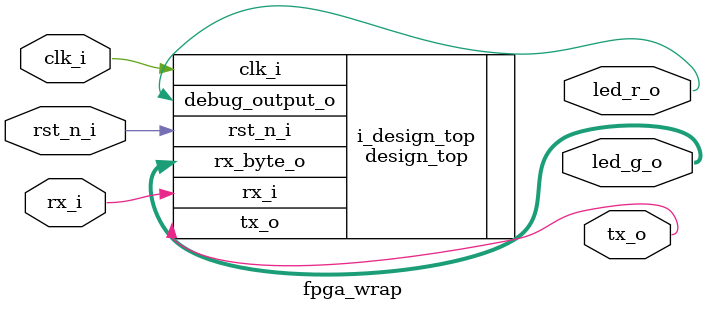
<source format=sv>
module fpga_wrap(
    input clk_i, // The master clock for this module
    input rst_n_i, // Synchronous reset.
    input rx_i, // Incoming serial line
    output tx_o, // Outgoing serial line
    output [7:0] led_g_o, // Byte received
	output led_r_o
);

    design_top i_design_top(
        .clk_i(clk_i),
        .rst_n_i(rst_n_i),
        .rx_i(rx_i),
        .tx_o(tx_o),
        .rx_byte_o(led_g_o),
	.debug_output_o(led_r_o)
    );
	 
endmodule

</source>
